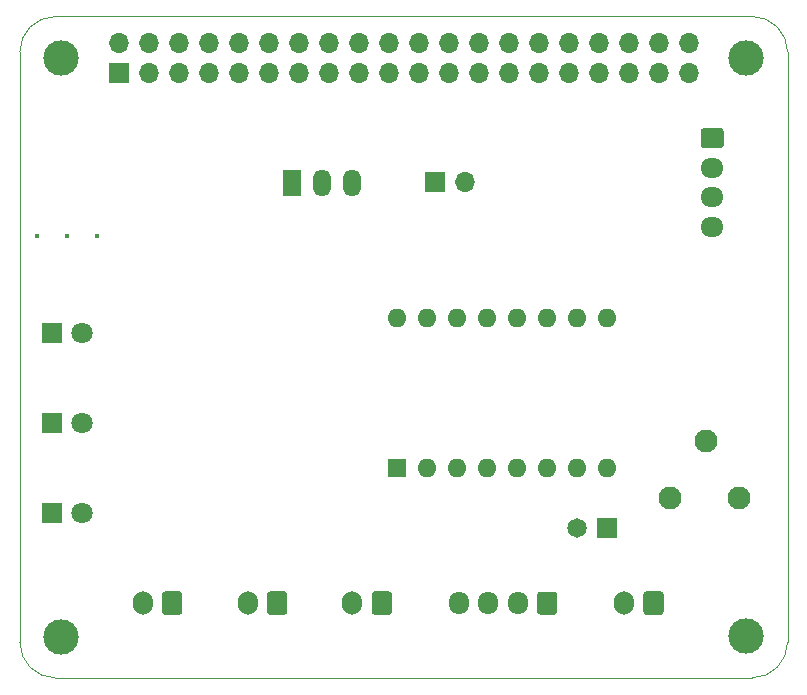
<source format=gbr>
G04 #@! TF.GenerationSoftware,KiCad,Pcbnew,5.1.9*
G04 #@! TF.CreationDate,2021-02-09T20:15:33+01:00*
G04 #@! TF.ProjectId,raspberrypi_hat,72617370-6265-4727-9279-70695f686174,rev?*
G04 #@! TF.SameCoordinates,Original*
G04 #@! TF.FileFunction,Copper,L3,Inr*
G04 #@! TF.FilePolarity,Positive*
%FSLAX46Y46*%
G04 Gerber Fmt 4.6, Leading zero omitted, Abs format (unit mm)*
G04 Created by KiCad (PCBNEW 5.1.9) date 2021-02-09 20:15:33*
%MOMM*%
%LPD*%
G01*
G04 APERTURE LIST*
G04 #@! TA.AperFunction,Profile*
%ADD10C,0.100000*%
G04 #@! TD*
G04 #@! TA.AperFunction,ComponentPad*
%ADD11R,1.600000X1.600000*%
G04 #@! TD*
G04 #@! TA.AperFunction,ComponentPad*
%ADD12O,1.600000X1.600000*%
G04 #@! TD*
G04 #@! TA.AperFunction,ComponentPad*
%ADD13C,1.800000*%
G04 #@! TD*
G04 #@! TA.AperFunction,ComponentPad*
%ADD14R,1.800000X1.800000*%
G04 #@! TD*
G04 #@! TA.AperFunction,ComponentPad*
%ADD15O,1.700000X2.000000*%
G04 #@! TD*
G04 #@! TA.AperFunction,ComponentPad*
%ADD16C,1.948180*%
G04 #@! TD*
G04 #@! TA.AperFunction,ComponentPad*
%ADD17R,1.700000X1.700000*%
G04 #@! TD*
G04 #@! TA.AperFunction,ComponentPad*
%ADD18O,1.700000X1.700000*%
G04 #@! TD*
G04 #@! TA.AperFunction,WasherPad*
%ADD19C,3.000000*%
G04 #@! TD*
G04 #@! TA.AperFunction,ComponentPad*
%ADD20R,1.500000X2.300000*%
G04 #@! TD*
G04 #@! TA.AperFunction,ComponentPad*
%ADD21O,1.500000X2.300000*%
G04 #@! TD*
G04 #@! TA.AperFunction,ComponentPad*
%ADD22R,1.651000X1.651000*%
G04 #@! TD*
G04 #@! TA.AperFunction,ComponentPad*
%ADD23C,1.651000*%
G04 #@! TD*
G04 #@! TA.AperFunction,ComponentPad*
%ADD24O,1.700000X1.950000*%
G04 #@! TD*
G04 #@! TA.AperFunction,ComponentPad*
%ADD25O,1.950000X1.700000*%
G04 #@! TD*
G04 #@! TA.AperFunction,ViaPad*
%ADD26C,0.400000*%
G04 #@! TD*
G04 APERTURE END LIST*
D10*
X78546356Y-63817611D02*
X78546361Y-113812375D01*
X78546356Y-63817611D02*
G75*
G02*
X81546356Y-60817611I3000000J0D01*
G01*
X140546356Y-60817611D02*
X81546356Y-60817611D01*
X140546356Y-60817611D02*
G75*
G02*
X143546356Y-63817611I0J-3000000D01*
G01*
X143546356Y-113817611D02*
X143546356Y-63817611D01*
X81546361Y-116812375D02*
G75*
G02*
X78546361Y-113812375I0J3000000D01*
G01*
X81546361Y-116812375D02*
X140546361Y-116812375D01*
X143546356Y-113817611D02*
G75*
G02*
X140546361Y-116812375I-2999995J5236D01*
G01*
D11*
X110490000Y-99060000D03*
D12*
X128270000Y-86360000D03*
X113030000Y-99060000D03*
X125730000Y-86360000D03*
X115570000Y-99060000D03*
X123190000Y-86360000D03*
X118110000Y-99060000D03*
X120650000Y-86360000D03*
X120650000Y-99060000D03*
X118110000Y-86360000D03*
X123190000Y-99060000D03*
X115570000Y-86360000D03*
X125730000Y-99060000D03*
X113030000Y-86360000D03*
X128270000Y-99060000D03*
X110490000Y-86360000D03*
D13*
X83820000Y-102870000D03*
D14*
X81280000Y-102870000D03*
D15*
X88940000Y-110490000D03*
G04 #@! TA.AperFunction,ComponentPad*
G36*
G01*
X92290000Y-109740000D02*
X92290000Y-111240000D01*
G75*
G02*
X92040000Y-111490000I-250000J0D01*
G01*
X90840000Y-111490000D01*
G75*
G02*
X90590000Y-111240000I0J250000D01*
G01*
X90590000Y-109740000D01*
G75*
G02*
X90840000Y-109490000I250000J0D01*
G01*
X92040000Y-109490000D01*
G75*
G02*
X92290000Y-109740000I0J-250000D01*
G01*
G37*
G04 #@! TD.AperFunction*
D16*
X133621780Y-101600000D03*
X136621520Y-96801940D03*
X139420600Y-101600000D03*
D17*
X86920000Y-65590000D03*
D18*
X86920000Y-63050000D03*
X89460000Y-65590000D03*
X89460000Y-63050000D03*
X92000000Y-65590000D03*
X92000000Y-63050000D03*
X94540000Y-65590000D03*
X94540000Y-63050000D03*
X97080000Y-65590000D03*
X97080000Y-63050000D03*
X99620000Y-65590000D03*
X99620000Y-63050000D03*
X102160000Y-65590000D03*
X102160000Y-63050000D03*
X104700000Y-65590000D03*
X104700000Y-63050000D03*
X107240000Y-65590000D03*
X107240000Y-63050000D03*
X109780000Y-65590000D03*
X109780000Y-63050000D03*
X112320000Y-65590000D03*
X112320000Y-63050000D03*
X114860000Y-65590000D03*
X114860000Y-63050000D03*
X117400000Y-65590000D03*
X117400000Y-63050000D03*
X119940000Y-65590000D03*
X119940000Y-63050000D03*
X122480000Y-65590000D03*
X122480000Y-63050000D03*
X125020000Y-65590000D03*
X125020000Y-63050000D03*
X127560000Y-65590000D03*
X127560000Y-63050000D03*
X130100000Y-65590000D03*
X130100000Y-63050000D03*
X132640000Y-65590000D03*
X132640000Y-63050000D03*
X135180000Y-65590000D03*
X135180000Y-63050000D03*
D17*
X113700000Y-74800000D03*
D18*
X116240000Y-74800000D03*
D19*
X82040000Y-64310000D03*
X140040000Y-64330000D03*
X82040000Y-113320000D03*
X140030000Y-113310000D03*
D20*
X101600000Y-74930000D03*
D21*
X104140000Y-74930000D03*
X106680000Y-74930000D03*
D22*
X128270000Y-104140000D03*
D23*
X125730000Y-104140000D03*
D14*
X81280000Y-87630000D03*
D13*
X83820000Y-87630000D03*
D14*
X81280000Y-95250000D03*
D13*
X83820000Y-95250000D03*
D24*
X115690000Y-110490000D03*
X118190000Y-110490000D03*
X120690000Y-110490000D03*
G04 #@! TA.AperFunction,ComponentPad*
G36*
G01*
X124040000Y-109765000D02*
X124040000Y-111215000D01*
G75*
G02*
X123790000Y-111465000I-250000J0D01*
G01*
X122590000Y-111465000D01*
G75*
G02*
X122340000Y-111215000I0J250000D01*
G01*
X122340000Y-109765000D01*
G75*
G02*
X122590000Y-109515000I250000J0D01*
G01*
X123790000Y-109515000D01*
G75*
G02*
X124040000Y-109765000I0J-250000D01*
G01*
G37*
G04 #@! TD.AperFunction*
G04 #@! TA.AperFunction,ComponentPad*
G36*
G01*
X136435000Y-70270000D02*
X137885000Y-70270000D01*
G75*
G02*
X138135000Y-70520000I0J-250000D01*
G01*
X138135000Y-71720000D01*
G75*
G02*
X137885000Y-71970000I-250000J0D01*
G01*
X136435000Y-71970000D01*
G75*
G02*
X136185000Y-71720000I0J250000D01*
G01*
X136185000Y-70520000D01*
G75*
G02*
X136435000Y-70270000I250000J0D01*
G01*
G37*
G04 #@! TD.AperFunction*
D25*
X137160000Y-73620000D03*
X137160000Y-76120000D03*
X137160000Y-78620000D03*
G04 #@! TA.AperFunction,ComponentPad*
G36*
G01*
X101180000Y-109740000D02*
X101180000Y-111240000D01*
G75*
G02*
X100930000Y-111490000I-250000J0D01*
G01*
X99730000Y-111490000D01*
G75*
G02*
X99480000Y-111240000I0J250000D01*
G01*
X99480000Y-109740000D01*
G75*
G02*
X99730000Y-109490000I250000J0D01*
G01*
X100930000Y-109490000D01*
G75*
G02*
X101180000Y-109740000I0J-250000D01*
G01*
G37*
G04 #@! TD.AperFunction*
D15*
X97830000Y-110490000D03*
X129700000Y-110500000D03*
G04 #@! TA.AperFunction,ComponentPad*
G36*
G01*
X133050000Y-109750000D02*
X133050000Y-111250000D01*
G75*
G02*
X132800000Y-111500000I-250000J0D01*
G01*
X131600000Y-111500000D01*
G75*
G02*
X131350000Y-111250000I0J250000D01*
G01*
X131350000Y-109750000D01*
G75*
G02*
X131600000Y-109500000I250000J0D01*
G01*
X132800000Y-109500000D01*
G75*
G02*
X133050000Y-109750000I0J-250000D01*
G01*
G37*
G04 #@! TD.AperFunction*
G04 #@! TA.AperFunction,ComponentPad*
G36*
G01*
X110050000Y-109740000D02*
X110050000Y-111240000D01*
G75*
G02*
X109800000Y-111490000I-250000J0D01*
G01*
X108600000Y-111490000D01*
G75*
G02*
X108350000Y-111240000I0J250000D01*
G01*
X108350000Y-109740000D01*
G75*
G02*
X108600000Y-109490000I250000J0D01*
G01*
X109800000Y-109490000D01*
G75*
G02*
X110050000Y-109740000I0J-250000D01*
G01*
G37*
G04 #@! TD.AperFunction*
X106700000Y-110490000D03*
D26*
X82550000Y-79375000D03*
X85090000Y-79375000D03*
X80010000Y-79375000D03*
M02*

</source>
